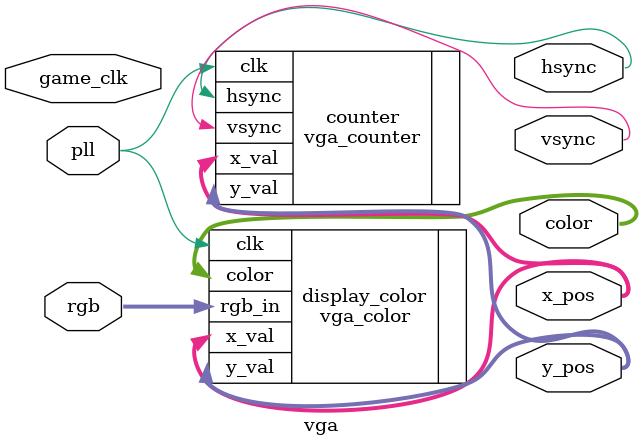
<source format=sv>
`timescale 1ns/1ps

module vga(
input logic game_clk, // possibly just put PLL in this module or have universal PLL and no slower game clock
input logic pll,
input logic [2:0] rgb,
output logic hsync, vsync, // active high
output logic [9:0] x_pos, y_pos,
output logic [2:0] color
);
    vga_counter counter(
        .clk(pll),
        .hsync(hsync),
        .vsync(vsync),
        .x_val(x_pos),
        .y_val(y_pos)
    );

    vga_color display_color(
        .clk(pll),
        .x_val(x_pos),
        .y_val(y_pos),
        .rgb_in(rgb),
        .color(color)
    );
endmodule
</source>
